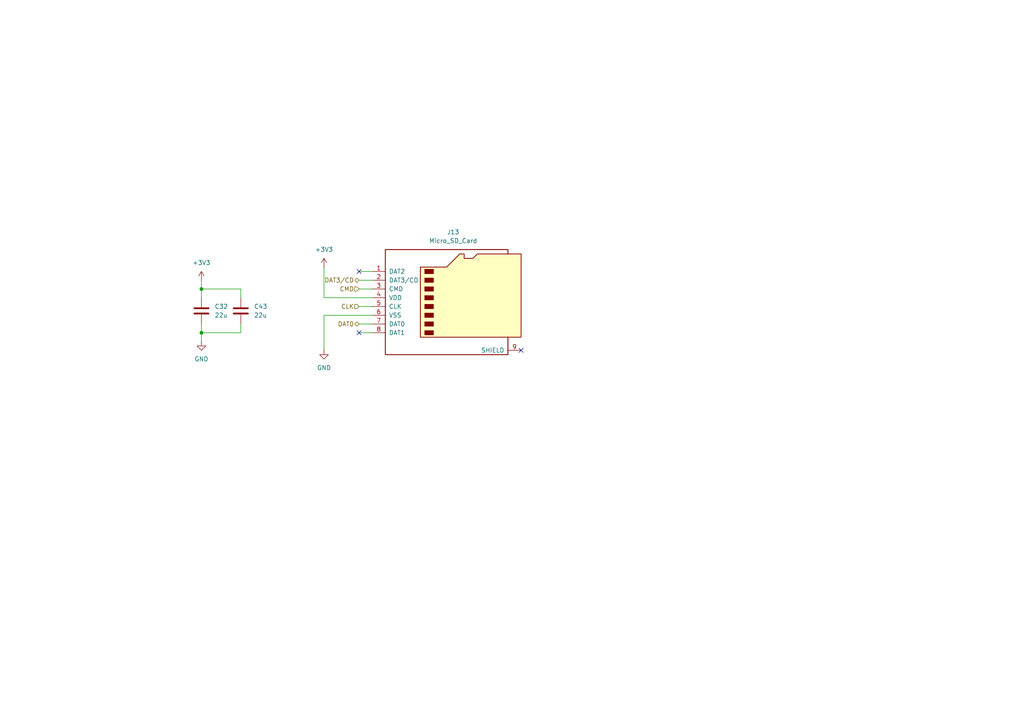
<source format=kicad_sch>
(kicad_sch (version 20250114) (generator "eeschema") (generator_version "9.0")
  (paper "A4")
  (title_block (rev "Rev.1"))
  (lib_symbols
    (symbol "Connector:Micro_SD_Card" (pin_names (offset 1.016))
      (property "Reference" "J" (at -16.51 15.24 0))
      (property "Value" "Micro_SD_Card" (at 16.51 15.24 0))
      (symbol "Micro_SD_Card_0_1"
        (polyline (pts (xy -8.89 -11.43) (xy -8.89 8.89) (xy -1.27 8.89) (xy 2.54 12.7) (xy 3.81 12.7) (xy 3.81 11.43) (xy 6.35 11.43) (xy 7.62 12.7) (xy 20.32 12.7) (xy 20.32 -11.43) (xy -8.89 -11.43)) (stroke (width 0.254)) (fill (type background)))
        (rectangle (start -7.62 8.255) (end -5.08 6.985) (fill (type outline)))
        (rectangle (start -7.62 5.715) (end -5.08 4.445) (fill (type outline)))
        (rectangle (start -7.62 3.175) (end -5.08 1.905) (fill (type outline)))
        (rectangle (start -7.62 0.635) (end -5.08 -0.635) (fill (type outline)))
        (rectangle (start -7.62 -1.905) (end -5.08 -3.175) (fill (type outline)))
        (rectangle (start -7.62 -4.445) (end -5.08 -5.715) (fill (type outline)))
        (rectangle (start -7.62 -6.985) (end -5.08 -8.255) (fill (type outline)))
        (rectangle (start -7.62 -9.525) (end -5.08 -10.795) (fill (type outline)))
        (polyline (pts (xy 16.51 12.7) (xy 16.51 13.97) (xy -19.05 13.97) (xy -19.05 -16.51) (xy 16.51 -16.51) (xy 16.51 -11.43)) (stroke (width 0.254)))
      )
      (symbol "Micro_SD_Card_1_1"
        (pin bidirectional line (at -22.86 7.62 0) (length 3.81) (name "DAT2") (number "1"))
        (pin bidirectional line (at -22.86 5.08 0) (length 3.81) (name "DAT3/CD") (number "2"))
        (pin input line (at -22.86 2.54 0) (length 3.81) (name "CMD") (number "3"))
        (pin power_in line (at -22.86 0 0) (length 3.81) (name "VDD") (number "4"))
        (pin input line (at -22.86 -2.54 0) (length 3.81) (name "CLK") (number "5"))
        (pin power_in line (at -22.86 -5.08 0) (length 3.81) (name "VSS") (number "6"))
        (pin bidirectional line (at -22.86 -7.62 0) (length 3.81) (name "DAT0") (number "7"))
        (pin bidirectional line (at -22.86 -10.16 0) (length 3.81) (name "DAT1") (number "8"))
        (pin passive line (at 20.32 -15.24 180) (length 3.81) (name "SHIELD") (number "9"))
      )
    )
    (symbol "Device:C" (pin_numbers (hide yes)) (pin_names (offset 0.254))
      (property "Reference" "C" (at 0.635 2.54 0))
      (property "Value" "C" (at 0.635 -2.54 0))
      (symbol "C_0_1"
        (polyline (pts (xy -2.032 0.762) (xy 2.032 0.762)) (stroke (width 0.508)))
        (polyline (pts (xy -2.032 -0.762) (xy 2.032 -0.762)) (stroke (width 0.508)))
      )
      (symbol "C_1_1"
        (pin passive line (at 0 3.81 270) (length 2.794) (name "~") (number "1"))
        (pin passive line (at 0 -3.81 90) (length 2.794) (name "~") (number "2"))
      )
    )
    (symbol "power:+3V3" (power) (pin_numbers (hide yes)) (pin_names (offset 0) (hide yes))
      (property "Value" "+3V3" (at 0 3.556 0))
      (symbol "+3V3_0_1"
        (polyline (pts (xy -0.762 1.27) (xy 0 2.54)))
        (polyline (pts (xy 0 2.54) (xy 0.762 1.27)))
        (polyline (pts (xy 0 0) (xy 0 2.54)))
      )
      (symbol "+3V3_1_1"
        (pin power_in line (at 0 0 90) (length 0) (name "~") (number "1"))
      )
    )
    (symbol "power:GND" (power) (pin_numbers (hide yes)) (pin_names (offset 0) (hide yes))
      (property "Value" "GND" (at 0 -3.81 0))
      (symbol "GND_0_1"
        (polyline (pts (xy 0 0) (xy 0 -1.27) (xy 1.27 -1.27) (xy 0 -2.54) (xy -1.27 -1.27) (xy 0 -1.27)))
      )
      (symbol "GND_1_1"
        (pin power_in line (at 0 0 270) (length 0) (name "~") (number "1"))
      )
    )
  )
  (junction (at 58.42 83.82))
  (junction (at 58.42 96.52))
  (no_connect (at 104.14 96.52))
  (no_connect (at 151.13 101.6))
  (no_connect (at 104.14 78.74))
  (wire (pts (xy 58.42 81.28) (xy 58.42 83.82)))
  (wire (pts (xy 58.42 93.98) (xy 58.42 96.52)))
  (wire (pts (xy 104.14 88.9) (xy 107.95 88.9)))
  (wire (pts (xy 104.14 93.98) (xy 107.95 93.98)))
  (wire (pts (xy 58.42 99.06) (xy 58.42 96.52)))
  (wire (pts (xy 104.14 78.74) (xy 107.95 78.74)))
  (wire (pts (xy 104.14 96.52) (xy 107.95 96.52)))
  (wire (pts (xy 104.14 81.28) (xy 107.95 81.28)))
  (wire (pts (xy 93.98 91.44) (xy 107.95 91.44)))
  (wire (pts (xy 93.98 77.47) (xy 93.98 86.36)))
  (wire (pts (xy 58.42 83.82) (xy 58.42 86.36)))
  (wire (pts (xy 69.85 86.36) (xy 69.85 83.82)))
  (wire (pts (xy 104.14 83.82) (xy 107.95 83.82)))
  (wire (pts (xy 93.98 101.6) (xy 93.98 91.44)))
  (wire (pts (xy 69.85 83.82) (xy 58.42 83.82)))
  (wire (pts (xy 93.98 86.36) (xy 107.95 86.36)))
  (wire (pts (xy 69.85 96.52) (xy 58.42 96.52)))
  (wire (pts (xy 69.85 93.98) (xy 69.85 96.52)))
  (hierarchical_label "CMD" (shape input) (at 104.14 83.82 180))
  (hierarchical_label "CLK" (shape input) (at 104.14 88.9 180))
  (hierarchical_label "DAT0" (shape bidirectional) (at 104.14 93.98 180))
  (hierarchical_label "DAT3/CD" (shape bidirectional) (at 104.14 81.28 180))
  (symbol (lib_id "power:GND") (at 58.42 99.06 0) (unit 1)
    (property "Reference" "#PWR056" (effects (hide yes)))
    (property "Value" "GND" (at 58.42 104.14 0))
    (property "Description" "Power symbol creates a global label with name \"GND\" , ground" (effects (hide yes)))
  )
  (symbol (lib_id "power:+3V3") (at 93.98 77.47 0) (unit 1)
    (property "Reference" "#PWR067" (effects (hide yes)))
    (property "Value" "+3V3" (at 93.98 72.39 0))
    (property "Description" "Power symbol creates a global label with name \"+3V3\"" (effects (hide yes)))
  )
  (symbol (lib_id "Device:C") (at 69.85 90.17 0) (unit 1)
    (property "Reference" "C43" (at 73.66 88.8999 0) (effects (justify left)))
    (property "Value" "22u" (at 73.66 91.4399 0) (effects (justify left)))
    (property "Footprint" "Capacitor_SMD:C_0805_2012Metric" (effects (hide yes)))
    (property "Description" "Unpolarized capacitor" (effects (hide yes)))
    (property "DK#" "1276-1100-1-ND" (effects (hide yes)))
    (property "LCSC" "C45783" (effects (hide yes)))
  )
  (symbol (lib_id "power:+3V3") (at 58.42 81.28 0) (unit 1)
    (property "Reference" "#PWR055" (effects (hide yes)))
    (property "Value" "+3V3" (at 58.42 76.2 0))
    (property "Description" "Power symbol creates a global label with name \"+3V3\"" (effects (hide yes)))
  )
  (symbol (lib_id "Connector:Micro_SD_Card") (at 130.81 86.36 0) (unit 1)
    (property "Reference" "J13" (at 131.445 67.31 0))
    (property "Value" "Micro_SD_Card" (at 131.445 69.85 0))
    (property "Footprint" "Connector_Card:microSD_HC_Molex_47219-2001" (effects (hide yes)))
    (property "Datasheet" "https://www.we-online.com/components/products/datasheet/693072010801.pdf" (effects (hide yes)))
    (property "Description" "Micro SD Card Socket" (effects (hide yes)))
  )
  (symbol (lib_id "power:GND") (at 93.98 101.6 0) (unit 1)
    (property "Reference" "#PWR066" (effects (hide yes)))
    (property "Value" "GND" (at 93.98 106.68 0))
    (property "Description" "Power symbol creates a global label with name \"GND\" , ground" (effects (hide yes)))
  )
  (symbol (lib_id "Device:C") (at 58.42 90.17 0) (unit 1)
    (property "Reference" "C32" (at 62.23 88.8999 0) (effects (justify left)))
    (property "Value" "22u" (at 62.23 91.4399 0) (effects (justify left)))
    (property "Footprint" "Capacitor_SMD:C_0805_2012Metric" (effects (hide yes)))
    (property "Description" "Unpolarized capacitor" (effects (hide yes)))
    (property "DK#" "1276-1100-1-ND" (effects (hide yes)))
    (property "LCSC" "C45783" (effects (hide yes)))
  )
)
</source>
